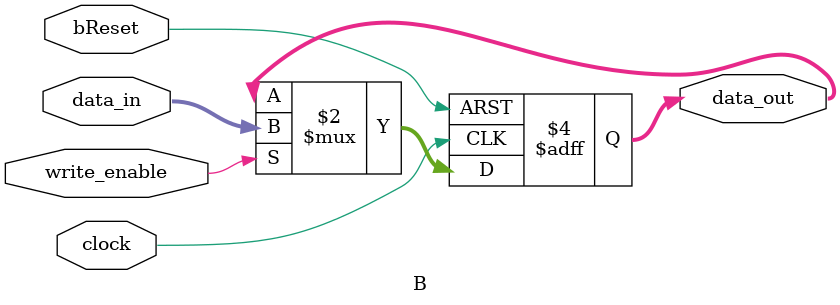
<source format=v>

module B(
    input       [7:0] data_in,
    output reg  [7:0] data_out,
    input             clock,
    input             write_enable,
    input             bReset
);

always @(posedge clock or posedge bReset) begin
    if (bReset)
        data_out <= 8'b0;
    else if (write_enable)
        data_out <= data_in;
end

endmodule


</source>
